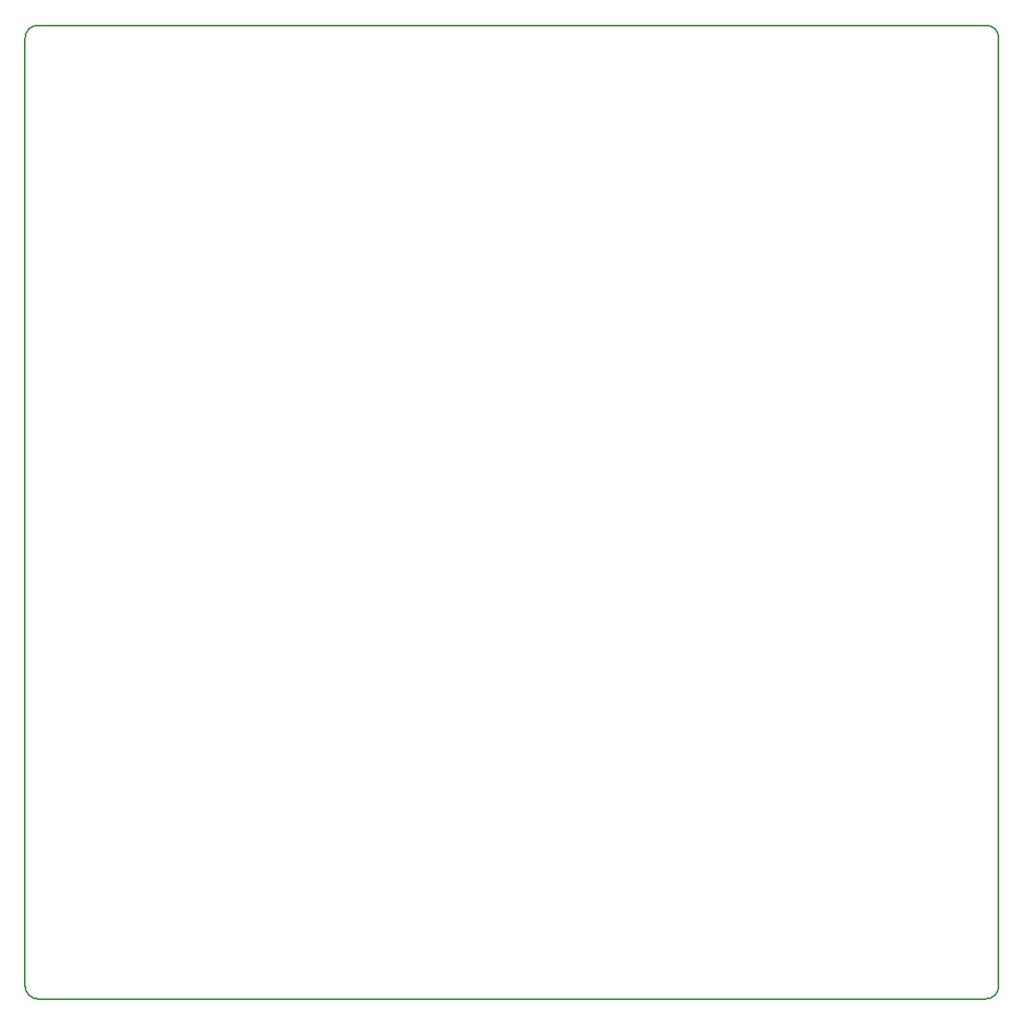
<source format=gbr>
G04 #@! TF.GenerationSoftware,KiCad,Pcbnew,7.0.11+dfsg-1build4*
G04 #@! TF.CreationDate,2024-11-25T11:14:08+09:00*
G04 #@! TF.ProjectId,base,62617365-2e6b-4696-9361-645f70636258,11*
G04 #@! TF.SameCoordinates,Original*
G04 #@! TF.FileFunction,Profile,NP*
%FSLAX46Y46*%
G04 Gerber Fmt 4.6, Leading zero omitted, Abs format (unit mm)*
G04 Created by KiCad (PCBNEW 7.0.11+dfsg-1build4) date 2024-11-25 11:14:08*
%MOMM*%
%LPD*%
G01*
G04 APERTURE LIST*
G04 #@! TA.AperFunction,Profile*
%ADD10C,0.150000*%
G04 #@! TD*
G04 APERTURE END LIST*
D10*
X74330000Y-42060000D02*
G75*
G03*
X73060000Y-43330000I0J-1270000D01*
G01*
X168310000Y-138580000D02*
G75*
G03*
X169580000Y-137310000I0J1270000D01*
G01*
X168310000Y-138580000D02*
X74330000Y-138580000D01*
X169580000Y-43330000D02*
X169580000Y-137310000D01*
X73060000Y-137310000D02*
G75*
G03*
X74330000Y-138580000I1270000J0D01*
G01*
X169580000Y-43330000D02*
G75*
G03*
X168310000Y-42060000I-1270000J0D01*
G01*
X168310000Y-42060000D02*
X74330000Y-42060000D01*
X73060000Y-137310000D02*
X73060000Y-43330000D01*
M02*

</source>
